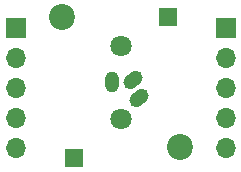
<source format=gbs>
G04 #@! TF.GenerationSoftware,KiCad,Pcbnew,(6.0.9)*
G04 #@! TF.CreationDate,2024-12-23T09:42:26+09:00*
G04 #@! TF.ProjectId,Nuvistor,4e757669-7374-46f7-922e-6b696361645f,rev?*
G04 #@! TF.SameCoordinates,Original*
G04 #@! TF.FileFunction,Soldermask,Bot*
G04 #@! TF.FilePolarity,Negative*
%FSLAX46Y46*%
G04 Gerber Fmt 4.6, Leading zero omitted, Abs format (unit mm)*
G04 Created by KiCad (PCBNEW (6.0.9)) date 2024-12-23 09:42:26*
%MOMM*%
%LPD*%
G01*
G04 APERTURE LIST*
G04 Aperture macros list*
%AMRoundRect*
0 Rectangle with rounded corners*
0 $1 Rounding radius*
0 $2 $3 $4 $5 $6 $7 $8 $9 X,Y pos of 4 corners*
0 Add a 4 corners polygon primitive as box body*
4,1,4,$2,$3,$4,$5,$6,$7,$8,$9,$2,$3,0*
0 Add four circle primitives for the rounded corners*
1,1,$1+$1,$2,$3*
1,1,$1+$1,$4,$5*
1,1,$1+$1,$6,$7*
1,1,$1+$1,$8,$9*
0 Add four rect primitives between the rounded corners*
20,1,$1+$1,$2,$3,$4,$5,0*
20,1,$1+$1,$4,$5,$6,$7,0*
20,1,$1+$1,$6,$7,$8,$9,0*
20,1,$1+$1,$8,$9,$2,$3,0*%
%AMHorizOval*
0 Thick line with rounded ends*
0 $1 width*
0 $2 $3 position (X,Y) of the first rounded end (center of the circle)*
0 $4 $5 position (X,Y) of the second rounded end (center of the circle)*
0 Add line between two ends*
20,1,$1,$2,$3,$4,$5,0*
0 Add two circle primitives to create the rounded ends*
1,1,$1,$2,$3*
1,1,$1,$4,$5*%
G04 Aperture macros list end*
%ADD10R,1.700000X1.700000*%
%ADD11O,1.700000X1.700000*%
%ADD12C,1.800000*%
%ADD13HorizOval,1.200000X0.229813X0.192836X-0.229813X-0.192836X0*%
%ADD14O,1.200000X1.800000*%
%ADD15RoundRect,0.250000X-0.550000X-0.550000X0.550000X-0.550000X0.550000X0.550000X-0.550000X0.550000X0*%
%ADD16C,2.200000*%
G04 APERTURE END LIST*
D10*
X25400000Y-25844500D03*
D11*
X25400000Y-28384500D03*
X25400000Y-30924500D03*
X25400000Y-33464500D03*
X25400000Y-36004500D03*
D10*
X43180000Y-25844500D03*
D11*
X43180000Y-28384500D03*
X43180000Y-30924500D03*
X43180000Y-33464500D03*
X43180000Y-36004500D03*
D12*
X34290000Y-27368500D03*
X34290000Y-33591500D03*
D13*
X35829000Y-31813500D03*
X35289613Y-30287164D03*
D14*
X33520200Y-30480000D03*
D15*
X30290000Y-36924500D03*
D16*
X39290000Y-35924500D03*
X29290000Y-24924500D03*
D15*
X38290000Y-24924500D03*
M02*

</source>
